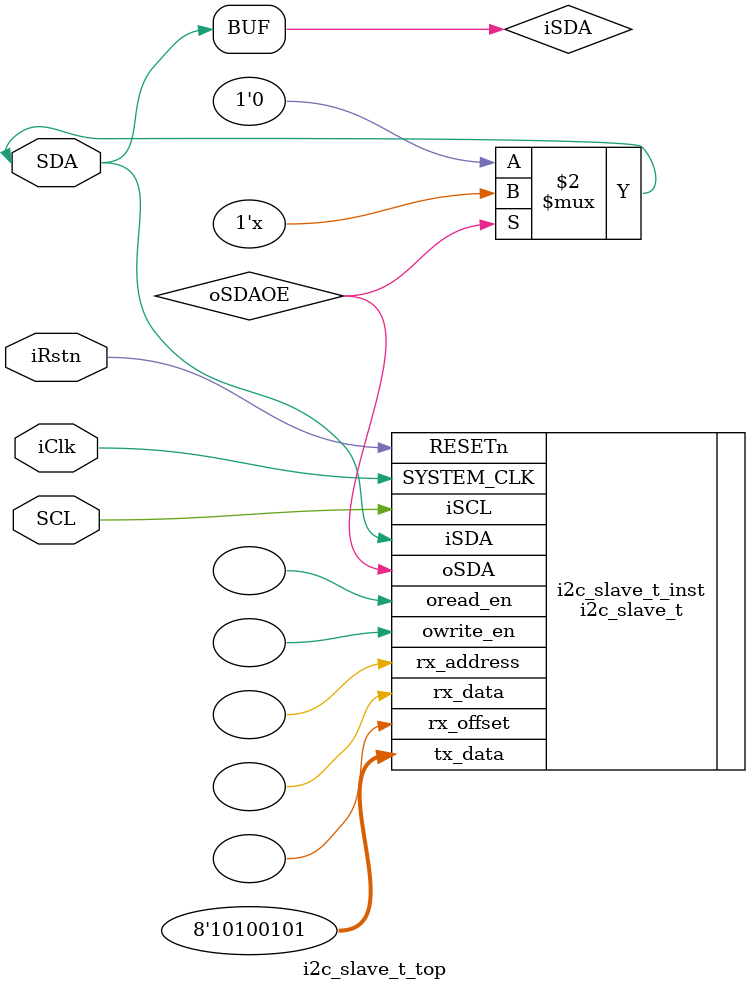
<source format=v>
module i2c_slave_t_top(
	input   iRstn, iClk,
	// I2C_Interface for test bench
	input  SCL,
	inout   SDA

);
// I2C_Interface for test bench
wire	oSCLOE , oSDAOE;
assign	SDA				=	(!oSDAOE)	?	1'b0	:	1'bz;
//assign	SCL				=	(!oSCLOE)	?	1'b0	:	1'bz;
assign	iSDA			=	SDA;

i2c_slave_t#(
  .slave_addr   ( 7'h23 ),
  .TX_DATA_BYTE ( 1     )

)   i2c_slave_t_inst
(
	.RESETn      ( iRstn    ),
   .SYSTEM_CLK  ( iClk     ),
	.iSCL        ( SCL      ),
	.iSDA        ( iSDA     ),
   .oSDA        ( oSDAOE   ),
	.tx_data     ( 8'hA5    ),
	.rx_address	 (  ),
	.rx_data     (  ),
	.rx_offset   (  ),
	.owrite_en   (  ),
	.oread_en    (  )
);

endmodule
</source>
